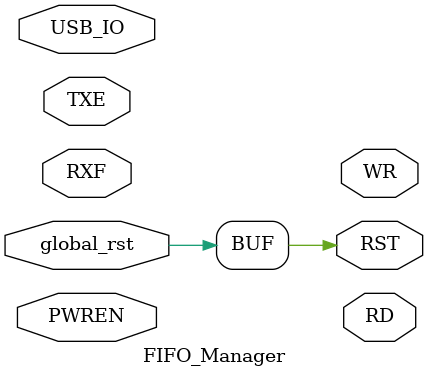
<source format=v>



module FIFO_Manager(
	inout [7:0] USB_IO,
	input global_rst,
	output RD,
	output WR,
	input RXF,
	input TXE,
	input PWREN,
	output RST
	);
	
	assign RST = global_rst;
	
	always @ (posedge global_rst) begin
	
		
	
	end
	

	
endmodule

</source>
